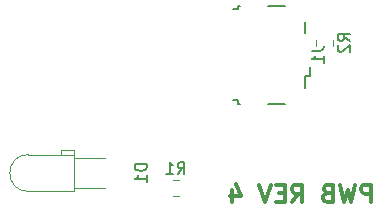
<source format=gbr>
G04 #@! TF.GenerationSoftware,KiCad,Pcbnew,(5.1.5)-3*
G04 #@! TF.CreationDate,2020-05-30T10:08:20-04:00*
G04 #@! TF.ProjectId,RPI-PWR,5250492d-5057-4522-9e6b-696361645f70,3*
G04 #@! TF.SameCoordinates,Original*
G04 #@! TF.FileFunction,Legend,Bot*
G04 #@! TF.FilePolarity,Positive*
%FSLAX46Y46*%
G04 Gerber Fmt 4.6, Leading zero omitted, Abs format (unit mm)*
G04 Created by KiCad (PCBNEW (5.1.5)-3) date 2020-05-30 10:08:20*
%MOMM*%
%LPD*%
G04 APERTURE LIST*
%ADD10C,0.300000*%
%ADD11C,0.150000*%
%ADD12C,0.120000*%
G04 APERTURE END LIST*
D10*
X30617371Y-28237571D02*
X30617371Y-26737571D01*
X30045942Y-26737571D01*
X29903085Y-26809000D01*
X29831657Y-26880428D01*
X29760228Y-27023285D01*
X29760228Y-27237571D01*
X29831657Y-27380428D01*
X29903085Y-27451857D01*
X30045942Y-27523285D01*
X30617371Y-27523285D01*
X29260228Y-26737571D02*
X28903085Y-28237571D01*
X28617371Y-27166142D01*
X28331657Y-28237571D01*
X27974514Y-26737571D01*
X26903085Y-27451857D02*
X26688800Y-27523285D01*
X26617371Y-27594714D01*
X26545942Y-27737571D01*
X26545942Y-27951857D01*
X26617371Y-28094714D01*
X26688800Y-28166142D01*
X26831657Y-28237571D01*
X27403085Y-28237571D01*
X27403085Y-26737571D01*
X26903085Y-26737571D01*
X26760228Y-26809000D01*
X26688800Y-26880428D01*
X26617371Y-27023285D01*
X26617371Y-27166142D01*
X26688800Y-27309000D01*
X26760228Y-27380428D01*
X26903085Y-27451857D01*
X27403085Y-27451857D01*
X23903085Y-28237571D02*
X24403085Y-27523285D01*
X24760228Y-28237571D02*
X24760228Y-26737571D01*
X24188800Y-26737571D01*
X24045942Y-26809000D01*
X23974514Y-26880428D01*
X23903085Y-27023285D01*
X23903085Y-27237571D01*
X23974514Y-27380428D01*
X24045942Y-27451857D01*
X24188800Y-27523285D01*
X24760228Y-27523285D01*
X23260228Y-27451857D02*
X22760228Y-27451857D01*
X22545942Y-28237571D02*
X23260228Y-28237571D01*
X23260228Y-26737571D01*
X22545942Y-26737571D01*
X22117371Y-26737571D02*
X21617371Y-28237571D01*
X21117371Y-26737571D01*
X18831657Y-27237571D02*
X18831657Y-28237571D01*
X19188800Y-26666142D02*
X19545942Y-27737571D01*
X18617371Y-27737571D01*
D11*
X23256000Y-19898000D02*
X21856000Y-19898000D01*
X19456000Y-19898000D02*
X19306000Y-19898000D01*
X19306000Y-19898000D02*
X19306000Y-19598000D01*
X19306000Y-19598000D02*
X18856000Y-19598000D01*
X18856000Y-11898000D02*
X19306000Y-11898000D01*
X19306000Y-11898000D02*
X19306000Y-11598000D01*
X19306000Y-11598000D02*
X19456000Y-11598000D01*
X21856000Y-11598000D02*
X23256000Y-11598000D01*
X25431000Y-16823000D02*
X25431000Y-17548000D01*
X25431000Y-17548000D02*
X25006000Y-17548000D01*
X25006000Y-17548000D02*
X25006000Y-18548000D01*
X25006000Y-13948000D02*
X25006000Y-12948000D01*
D12*
X1559400Y-24195600D02*
G75*
G03X1559400Y-27315600I0J-1560000D01*
G01*
X5419400Y-27315600D02*
X1559400Y-27315600D01*
X5419400Y-24195600D02*
X1559400Y-24195600D01*
X5419400Y-27315600D02*
X5419400Y-24195600D01*
X5419400Y-23795600D02*
X4299400Y-23795600D01*
X4299400Y-23795600D02*
X4299400Y-24195600D01*
X4299400Y-24195600D02*
X5419400Y-24195600D01*
X5419400Y-24195600D02*
X5419400Y-23795600D01*
X8089400Y-27025600D02*
X5419400Y-27025600D01*
X5419400Y-27025600D02*
X5419400Y-27025600D01*
X5419400Y-27025600D02*
X8089400Y-27025600D01*
X8089400Y-27025600D02*
X8089400Y-27025600D01*
X8089400Y-24485600D02*
X5419400Y-24485600D01*
X5419400Y-24485600D02*
X5419400Y-24485600D01*
X5419400Y-24485600D02*
X8089400Y-24485600D01*
X8089400Y-24485600D02*
X8089400Y-24485600D01*
X14307452Y-26315600D02*
X13784948Y-26315600D01*
X14307452Y-27735600D02*
X13784948Y-27735600D01*
X25960000Y-14993252D02*
X25960000Y-14470748D01*
X27380000Y-14993252D02*
X27380000Y-14470748D01*
D11*
X25558380Y-15414666D02*
X26272666Y-15414666D01*
X26415523Y-15367047D01*
X26510761Y-15271809D01*
X26558380Y-15128952D01*
X26558380Y-15033714D01*
X26558380Y-16414666D02*
X26558380Y-15843238D01*
X26558380Y-16128952D02*
X25558380Y-16128952D01*
X25701238Y-16033714D01*
X25796476Y-15938476D01*
X25844095Y-15843238D01*
X11581780Y-25017504D02*
X10581780Y-25017504D01*
X10581780Y-25255600D01*
X10629400Y-25398457D01*
X10724638Y-25493695D01*
X10819876Y-25541314D01*
X11010352Y-25588933D01*
X11153209Y-25588933D01*
X11343685Y-25541314D01*
X11438923Y-25493695D01*
X11534161Y-25398457D01*
X11581780Y-25255600D01*
X11581780Y-25017504D01*
X11581780Y-26541314D02*
X11581780Y-25969885D01*
X11581780Y-26255600D02*
X10581780Y-26255600D01*
X10724638Y-26160361D01*
X10819876Y-26065123D01*
X10867495Y-25969885D01*
X14212866Y-25827980D02*
X14546200Y-25351790D01*
X14784295Y-25827980D02*
X14784295Y-24827980D01*
X14403342Y-24827980D01*
X14308104Y-24875600D01*
X14260485Y-24923219D01*
X14212866Y-25018457D01*
X14212866Y-25161314D01*
X14260485Y-25256552D01*
X14308104Y-25304171D01*
X14403342Y-25351790D01*
X14784295Y-25351790D01*
X13260485Y-25827980D02*
X13831914Y-25827980D01*
X13546200Y-25827980D02*
X13546200Y-24827980D01*
X13641438Y-24970838D01*
X13736676Y-25066076D01*
X13831914Y-25113695D01*
X28772380Y-14565333D02*
X28296190Y-14232000D01*
X28772380Y-13993904D02*
X27772380Y-13993904D01*
X27772380Y-14374857D01*
X27820000Y-14470095D01*
X27867619Y-14517714D01*
X27962857Y-14565333D01*
X28105714Y-14565333D01*
X28200952Y-14517714D01*
X28248571Y-14470095D01*
X28296190Y-14374857D01*
X28296190Y-13993904D01*
X27867619Y-14946285D02*
X27820000Y-14993904D01*
X27772380Y-15089142D01*
X27772380Y-15327238D01*
X27820000Y-15422476D01*
X27867619Y-15470095D01*
X27962857Y-15517714D01*
X28058095Y-15517714D01*
X28200952Y-15470095D01*
X28772380Y-14898666D01*
X28772380Y-15517714D01*
M02*

</source>
